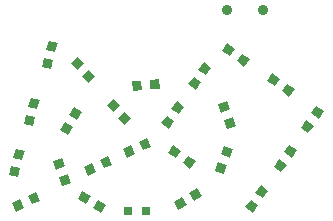
<source format=gts>
G04 (created by PCBNEW (2013-may-18)-stable) date Mon 02 Nov 2015 08:13:46 PM CST*
%MOIN*%
G04 Gerber Fmt 3.4, Leading zero omitted, Abs format*
%FSLAX34Y34*%
G01*
G70*
G90*
G04 APERTURE LIST*
%ADD10C,0.00590551*%
%ADD11C,0.0354331*%
%ADD12R,0.0314X0.0314*%
G04 APERTURE END LIST*
G54D10*
G54D11*
X84290Y-56700D03*
X83109Y-56700D03*
G54D10*
G36*
X83007Y-61221D02*
X83302Y-61328D01*
X83194Y-61624D01*
X82899Y-61516D01*
X83007Y-61221D01*
X83007Y-61221D01*
G37*
G36*
X82805Y-61775D02*
X83100Y-61883D01*
X82992Y-62178D01*
X82697Y-62071D01*
X82805Y-61775D01*
X82805Y-61775D01*
G37*
G36*
X79089Y-59854D02*
X79329Y-59652D01*
X79531Y-59893D01*
X79291Y-60095D01*
X79089Y-59854D01*
X79089Y-59854D01*
G37*
G36*
X79468Y-60306D02*
X79708Y-60104D01*
X79910Y-60345D01*
X79670Y-60547D01*
X79468Y-60306D01*
X79468Y-60306D01*
G37*
G36*
X76743Y-62766D02*
X76876Y-63051D01*
X76591Y-63183D01*
X76458Y-62899D01*
X76743Y-62766D01*
X76743Y-62766D01*
G37*
G36*
X76208Y-63016D02*
X76341Y-63300D01*
X76056Y-63433D01*
X75923Y-63148D01*
X76208Y-63016D01*
X76208Y-63016D01*
G37*
G36*
X76134Y-62277D02*
X75831Y-62195D01*
X75912Y-61892D01*
X76215Y-61973D01*
X76134Y-62277D01*
X76134Y-62277D01*
G37*
G36*
X76287Y-61707D02*
X75984Y-61626D01*
X76065Y-61322D01*
X76368Y-61404D01*
X76287Y-61707D01*
X76287Y-61707D01*
G37*
G36*
X77165Y-57722D02*
X77468Y-57804D01*
X77387Y-58107D01*
X77084Y-58026D01*
X77165Y-57722D01*
X77165Y-57722D01*
G37*
G36*
X77012Y-58292D02*
X77315Y-58373D01*
X77234Y-58677D01*
X76931Y-58595D01*
X77012Y-58292D01*
X77012Y-58292D01*
G37*
G36*
X76565Y-59622D02*
X76868Y-59704D01*
X76787Y-60007D01*
X76484Y-59926D01*
X76565Y-59622D01*
X76565Y-59622D01*
G37*
G36*
X76412Y-60192D02*
X76715Y-60273D01*
X76634Y-60577D01*
X76331Y-60495D01*
X76412Y-60192D01*
X76412Y-60192D01*
G37*
G36*
X78456Y-62233D02*
X78323Y-61948D01*
X78608Y-61816D01*
X78741Y-62100D01*
X78456Y-62233D01*
X78456Y-62233D01*
G37*
G36*
X78991Y-61983D02*
X78858Y-61699D01*
X79143Y-61566D01*
X79276Y-61851D01*
X78991Y-61983D01*
X78991Y-61983D01*
G37*
G36*
X79756Y-61633D02*
X79623Y-61348D01*
X79908Y-61216D01*
X80041Y-61500D01*
X79756Y-61633D01*
X79756Y-61633D01*
G37*
G36*
X80291Y-61383D02*
X80158Y-61099D01*
X80443Y-60966D01*
X80576Y-61251D01*
X80291Y-61383D01*
X80291Y-61383D01*
G37*
G36*
X86080Y-59889D02*
X86337Y-60069D01*
X86157Y-60327D01*
X85900Y-60146D01*
X86080Y-59889D01*
X86080Y-59889D01*
G37*
G36*
X85742Y-60372D02*
X85999Y-60553D01*
X85819Y-60810D01*
X85562Y-60630D01*
X85742Y-60372D01*
X85742Y-60372D01*
G37*
G36*
X82112Y-62638D02*
X82269Y-62909D01*
X81998Y-63066D01*
X81841Y-62795D01*
X82112Y-62638D01*
X82112Y-62638D01*
G37*
G36*
X81601Y-62933D02*
X81758Y-63204D01*
X81487Y-63361D01*
X81330Y-63090D01*
X81601Y-62933D01*
X81601Y-62933D01*
G37*
G36*
X77889Y-58454D02*
X78129Y-58252D01*
X78331Y-58493D01*
X78091Y-58695D01*
X77889Y-58454D01*
X77889Y-58454D01*
G37*
G36*
X78268Y-58906D02*
X78508Y-58704D01*
X78710Y-58945D01*
X78470Y-59147D01*
X78268Y-58906D01*
X78268Y-58906D01*
G37*
G54D12*
X79805Y-63400D03*
X80395Y-63400D03*
G54D10*
G36*
X78130Y-63009D02*
X78287Y-62738D01*
X78558Y-62895D01*
X78401Y-63166D01*
X78130Y-63009D01*
X78130Y-63009D01*
G37*
G36*
X78641Y-63304D02*
X78798Y-63033D01*
X79069Y-63190D01*
X78912Y-63461D01*
X78641Y-63304D01*
X78641Y-63304D01*
G37*
G36*
X80836Y-59004D02*
X80863Y-59317D01*
X80551Y-59344D01*
X80523Y-59031D01*
X80836Y-59004D01*
X80836Y-59004D01*
G37*
G36*
X80248Y-59055D02*
X80276Y-59368D01*
X79963Y-59395D01*
X79936Y-59082D01*
X80248Y-59055D01*
X80248Y-59055D01*
G37*
G36*
X83402Y-60571D02*
X83107Y-60678D01*
X82999Y-60383D01*
X83294Y-60275D01*
X83402Y-60571D01*
X83402Y-60571D01*
G37*
G36*
X83200Y-60016D02*
X82905Y-60124D01*
X82797Y-59828D01*
X83092Y-59721D01*
X83200Y-60016D01*
X83200Y-60016D01*
G37*
G36*
X77809Y-60869D02*
X77538Y-60712D01*
X77695Y-60441D01*
X77966Y-60598D01*
X77809Y-60869D01*
X77809Y-60869D01*
G37*
G36*
X78104Y-60358D02*
X77833Y-60201D01*
X77990Y-59930D01*
X78261Y-60087D01*
X78104Y-60358D01*
X78104Y-60358D01*
G37*
G36*
X77902Y-62471D02*
X77607Y-62578D01*
X77499Y-62283D01*
X77794Y-62175D01*
X77902Y-62471D01*
X77902Y-62471D01*
G37*
G36*
X77700Y-61916D02*
X77405Y-62024D01*
X77297Y-61728D01*
X77592Y-61621D01*
X77700Y-61916D01*
X77700Y-61916D01*
G37*
G36*
X84439Y-59069D02*
X84619Y-58812D01*
X84877Y-58992D01*
X84696Y-59249D01*
X84439Y-59069D01*
X84439Y-59069D01*
G37*
G36*
X84922Y-59407D02*
X85103Y-59150D01*
X85360Y-59330D01*
X85180Y-59587D01*
X84922Y-59407D01*
X84922Y-59407D01*
G37*
G36*
X84919Y-62110D02*
X84662Y-61930D01*
X84842Y-61672D01*
X85099Y-61853D01*
X84919Y-62110D01*
X84919Y-62110D01*
G37*
G36*
X85257Y-61627D02*
X85000Y-61446D01*
X85180Y-61189D01*
X85437Y-61369D01*
X85257Y-61627D01*
X85257Y-61627D01*
G37*
G36*
X83969Y-63460D02*
X83712Y-63280D01*
X83892Y-63022D01*
X84149Y-63203D01*
X83969Y-63460D01*
X83969Y-63460D01*
G37*
G36*
X84307Y-62977D02*
X84050Y-62796D01*
X84230Y-62539D01*
X84487Y-62719D01*
X84307Y-62977D01*
X84307Y-62977D01*
G37*
G36*
X82330Y-58439D02*
X82587Y-58619D01*
X82407Y-58877D01*
X82150Y-58696D01*
X82330Y-58439D01*
X82330Y-58439D01*
G37*
G36*
X81992Y-58922D02*
X82249Y-59103D01*
X82069Y-59360D01*
X81812Y-59180D01*
X81992Y-58922D01*
X81992Y-58922D01*
G37*
G36*
X83860Y-58330D02*
X83680Y-58587D01*
X83422Y-58407D01*
X83603Y-58150D01*
X83860Y-58330D01*
X83860Y-58330D01*
G37*
G36*
X83377Y-57992D02*
X83196Y-58249D01*
X82939Y-58069D01*
X83119Y-57812D01*
X83377Y-57992D01*
X83377Y-57992D01*
G37*
G36*
X81169Y-60660D02*
X80912Y-60480D01*
X81092Y-60222D01*
X81349Y-60403D01*
X81169Y-60660D01*
X81169Y-60660D01*
G37*
G36*
X81507Y-60177D02*
X81250Y-59996D01*
X81430Y-59739D01*
X81687Y-59919D01*
X81507Y-60177D01*
X81507Y-60177D01*
G37*
G36*
X82060Y-61730D02*
X81880Y-61987D01*
X81622Y-61807D01*
X81803Y-61550D01*
X82060Y-61730D01*
X82060Y-61730D01*
G37*
G36*
X81577Y-61392D02*
X81396Y-61649D01*
X81139Y-61469D01*
X81319Y-61212D01*
X81577Y-61392D01*
X81577Y-61392D01*
G37*
M02*

</source>
